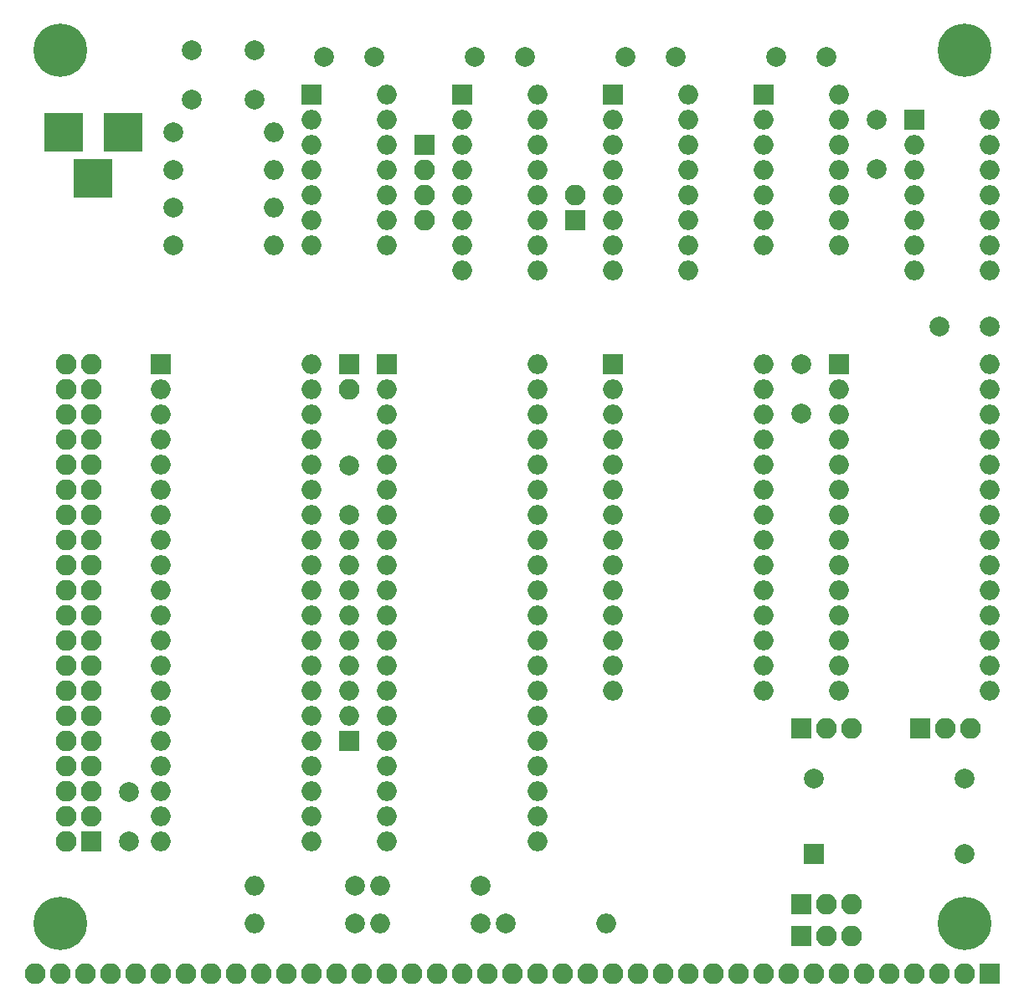
<source format=gbs>
G04 #@! TF.FileFunction,Soldermask,Bot*
%FSLAX46Y46*%
G04 Gerber Fmt 4.6, Leading zero omitted, Abs format (unit mm)*
G04 Created by KiCad (PCBNEW 4.0.7) date 10/14/19 14:39:32*
%MOMM*%
%LPD*%
G01*
G04 APERTURE LIST*
%ADD10C,0.100000*%
%ADD11R,2.000000X2.000000*%
%ADD12O,2.000000X2.000000*%
%ADD13R,2.100000X2.100000*%
%ADD14O,2.100000X2.100000*%
%ADD15R,3.900000X3.900000*%
%ADD16C,5.400000*%
%ADD17C,2.000000*%
G04 APERTURE END LIST*
D10*
D11*
X190500000Y-59055000D03*
D12*
X198120000Y-74295000D03*
X190500000Y-61595000D03*
X198120000Y-71755000D03*
X190500000Y-64135000D03*
X198120000Y-69215000D03*
X190500000Y-66675000D03*
X198120000Y-66675000D03*
X190500000Y-69215000D03*
X198120000Y-64135000D03*
X190500000Y-71755000D03*
X198120000Y-61595000D03*
X190500000Y-74295000D03*
X198120000Y-59055000D03*
D13*
X198120000Y-145415000D03*
D14*
X195580000Y-145415000D03*
X193040000Y-145415000D03*
X190500000Y-145415000D03*
X187960000Y-145415000D03*
X185420000Y-145415000D03*
X182880000Y-145415000D03*
X180340000Y-145415000D03*
X177800000Y-145415000D03*
X175260000Y-145415000D03*
X172720000Y-145415000D03*
X170180000Y-145415000D03*
X167640000Y-145415000D03*
X165100000Y-145415000D03*
X162560000Y-145415000D03*
X160020000Y-145415000D03*
X157480000Y-145415000D03*
X154940000Y-145415000D03*
X152400000Y-145415000D03*
X149860000Y-145415000D03*
X147320000Y-145415000D03*
X144780000Y-145415000D03*
X142240000Y-145415000D03*
X139700000Y-145415000D03*
X137160000Y-145415000D03*
X134620000Y-145415000D03*
X132080000Y-145415000D03*
X129540000Y-145415000D03*
X127000000Y-145415000D03*
X124460000Y-145415000D03*
X121920000Y-145415000D03*
X119380000Y-145415000D03*
X116840000Y-145415000D03*
X114300000Y-145415000D03*
X111760000Y-145415000D03*
X109220000Y-145415000D03*
X106680000Y-145415000D03*
X104140000Y-145415000D03*
X101600000Y-145415000D03*
D13*
X107315000Y-132080000D03*
D14*
X104775000Y-132080000D03*
X107315000Y-129540000D03*
X104775000Y-129540000D03*
X107315000Y-127000000D03*
X104775000Y-127000000D03*
X107315000Y-124460000D03*
X104775000Y-124460000D03*
X107315000Y-121920000D03*
X104775000Y-121920000D03*
X107315000Y-119380000D03*
X104775000Y-119380000D03*
X107315000Y-116840000D03*
X104775000Y-116840000D03*
X107315000Y-114300000D03*
X104775000Y-114300000D03*
X107315000Y-111760000D03*
X104775000Y-111760000D03*
X107315000Y-109220000D03*
X104775000Y-109220000D03*
X107315000Y-106680000D03*
X104775000Y-106680000D03*
X107315000Y-104140000D03*
X104775000Y-104140000D03*
X107315000Y-101600000D03*
X104775000Y-101600000D03*
X107315000Y-99060000D03*
X104775000Y-99060000D03*
X107315000Y-96520000D03*
X104775000Y-96520000D03*
X107315000Y-93980000D03*
X104775000Y-93980000D03*
X107315000Y-91440000D03*
X104775000Y-91440000D03*
X107315000Y-88900000D03*
X104775000Y-88900000D03*
X107315000Y-86360000D03*
X104775000Y-86360000D03*
X107315000Y-83820000D03*
X104775000Y-83820000D03*
D15*
X110490000Y-60325000D03*
X104490000Y-60325000D03*
X107490000Y-65025000D03*
D16*
X104140000Y-140335000D03*
X195580000Y-140335000D03*
X195580000Y-52070000D03*
X104140000Y-52070000D03*
D17*
X133350000Y-99060000D03*
X133350000Y-94060000D03*
X179070000Y-83820000D03*
X179070000Y-88820000D03*
X198120000Y-80010000D03*
X193120000Y-80010000D03*
X111125000Y-132080000D03*
X111125000Y-127080000D03*
X181610000Y-52705000D03*
X176610000Y-52705000D03*
X135890000Y-52705000D03*
X130890000Y-52705000D03*
X151130000Y-52705000D03*
X146130000Y-52705000D03*
X166370000Y-52705000D03*
X161370000Y-52705000D03*
X186690000Y-59055000D03*
X186690000Y-64055000D03*
X123825000Y-52070000D03*
X123825000Y-57070000D03*
X117475000Y-52070000D03*
X117475000Y-57070000D03*
D13*
X133350000Y-83820000D03*
D14*
X133350000Y-86360000D03*
D13*
X156210000Y-69215000D03*
D14*
X156210000Y-66675000D03*
D17*
X133985000Y-140335000D03*
D12*
X123825000Y-140335000D03*
D17*
X146685000Y-140335000D03*
D12*
X136525000Y-140335000D03*
D17*
X133985000Y-136525000D03*
D12*
X123825000Y-136525000D03*
D17*
X146685000Y-136525000D03*
D12*
X136525000Y-136525000D03*
D17*
X149225000Y-140335000D03*
D12*
X159385000Y-140335000D03*
D17*
X115570000Y-67945000D03*
D12*
X125730000Y-67945000D03*
D17*
X115570000Y-64135000D03*
D12*
X125730000Y-64135000D03*
D17*
X115570000Y-71755000D03*
D12*
X125730000Y-71755000D03*
D17*
X115570000Y-60325000D03*
D12*
X125730000Y-60325000D03*
D11*
X137160000Y-83820000D03*
D12*
X152400000Y-132080000D03*
X137160000Y-86360000D03*
X152400000Y-129540000D03*
X137160000Y-88900000D03*
X152400000Y-127000000D03*
X137160000Y-91440000D03*
X152400000Y-124460000D03*
X137160000Y-93980000D03*
X152400000Y-121920000D03*
X137160000Y-96520000D03*
X152400000Y-119380000D03*
X137160000Y-99060000D03*
X152400000Y-116840000D03*
X137160000Y-101600000D03*
X152400000Y-114300000D03*
X137160000Y-104140000D03*
X152400000Y-111760000D03*
X137160000Y-106680000D03*
X152400000Y-109220000D03*
X137160000Y-109220000D03*
X152400000Y-106680000D03*
X137160000Y-111760000D03*
X152400000Y-104140000D03*
X137160000Y-114300000D03*
X152400000Y-101600000D03*
X137160000Y-116840000D03*
X152400000Y-99060000D03*
X137160000Y-119380000D03*
X152400000Y-96520000D03*
X137160000Y-121920000D03*
X152400000Y-93980000D03*
X137160000Y-124460000D03*
X152400000Y-91440000D03*
X137160000Y-127000000D03*
X152400000Y-88900000D03*
X137160000Y-129540000D03*
X152400000Y-86360000D03*
X137160000Y-132080000D03*
X152400000Y-83820000D03*
D11*
X114300000Y-83820000D03*
D12*
X129540000Y-132080000D03*
X114300000Y-86360000D03*
X129540000Y-129540000D03*
X114300000Y-88900000D03*
X129540000Y-127000000D03*
X114300000Y-91440000D03*
X129540000Y-124460000D03*
X114300000Y-93980000D03*
X129540000Y-121920000D03*
X114300000Y-96520000D03*
X129540000Y-119380000D03*
X114300000Y-99060000D03*
X129540000Y-116840000D03*
X114300000Y-101600000D03*
X129540000Y-114300000D03*
X114300000Y-104140000D03*
X129540000Y-111760000D03*
X114300000Y-106680000D03*
X129540000Y-109220000D03*
X114300000Y-109220000D03*
X129540000Y-106680000D03*
X114300000Y-111760000D03*
X129540000Y-104140000D03*
X114300000Y-114300000D03*
X129540000Y-101600000D03*
X114300000Y-116840000D03*
X129540000Y-99060000D03*
X114300000Y-119380000D03*
X129540000Y-96520000D03*
X114300000Y-121920000D03*
X129540000Y-93980000D03*
X114300000Y-124460000D03*
X129540000Y-91440000D03*
X114300000Y-127000000D03*
X129540000Y-88900000D03*
X114300000Y-129540000D03*
X129540000Y-86360000D03*
X114300000Y-132080000D03*
X129540000Y-83820000D03*
D11*
X175260000Y-56515000D03*
D12*
X182880000Y-71755000D03*
X175260000Y-59055000D03*
X182880000Y-69215000D03*
X175260000Y-61595000D03*
X182880000Y-66675000D03*
X175260000Y-64135000D03*
X182880000Y-64135000D03*
X175260000Y-66675000D03*
X182880000Y-61595000D03*
X175260000Y-69215000D03*
X182880000Y-59055000D03*
X175260000Y-71755000D03*
X182880000Y-56515000D03*
D11*
X129540000Y-56515000D03*
D12*
X137160000Y-71755000D03*
X129540000Y-59055000D03*
X137160000Y-69215000D03*
X129540000Y-61595000D03*
X137160000Y-66675000D03*
X129540000Y-64135000D03*
X137160000Y-64135000D03*
X129540000Y-66675000D03*
X137160000Y-61595000D03*
X129540000Y-69215000D03*
X137160000Y-59055000D03*
X129540000Y-71755000D03*
X137160000Y-56515000D03*
D11*
X144780000Y-56515000D03*
D12*
X152400000Y-74295000D03*
X144780000Y-59055000D03*
X152400000Y-71755000D03*
X144780000Y-61595000D03*
X152400000Y-69215000D03*
X144780000Y-64135000D03*
X152400000Y-66675000D03*
X144780000Y-66675000D03*
X152400000Y-64135000D03*
X144780000Y-69215000D03*
X152400000Y-61595000D03*
X144780000Y-71755000D03*
X152400000Y-59055000D03*
X144780000Y-74295000D03*
X152400000Y-56515000D03*
D11*
X160020000Y-56515000D03*
D12*
X167640000Y-74295000D03*
X160020000Y-59055000D03*
X167640000Y-71755000D03*
X160020000Y-61595000D03*
X167640000Y-69215000D03*
X160020000Y-64135000D03*
X167640000Y-66675000D03*
X160020000Y-66675000D03*
X167640000Y-64135000D03*
X160020000Y-69215000D03*
X167640000Y-61595000D03*
X160020000Y-71755000D03*
X167640000Y-59055000D03*
X160020000Y-74295000D03*
X167640000Y-56515000D03*
D11*
X180340000Y-133350000D03*
D17*
X180340000Y-125730000D03*
X195580000Y-125730000D03*
X195580000Y-133350000D03*
D11*
X160020000Y-83820000D03*
D12*
X175260000Y-116840000D03*
X160020000Y-86360000D03*
X175260000Y-114300000D03*
X160020000Y-88900000D03*
X175260000Y-111760000D03*
X160020000Y-91440000D03*
X175260000Y-109220000D03*
X160020000Y-93980000D03*
X175260000Y-106680000D03*
X160020000Y-96520000D03*
X175260000Y-104140000D03*
X160020000Y-99060000D03*
X175260000Y-101600000D03*
X160020000Y-101600000D03*
X175260000Y-99060000D03*
X160020000Y-104140000D03*
X175260000Y-96520000D03*
X160020000Y-106680000D03*
X175260000Y-93980000D03*
X160020000Y-109220000D03*
X175260000Y-91440000D03*
X160020000Y-111760000D03*
X175260000Y-88900000D03*
X160020000Y-114300000D03*
X175260000Y-86360000D03*
X160020000Y-116840000D03*
X175260000Y-83820000D03*
D11*
X182880000Y-83820000D03*
D12*
X198120000Y-116840000D03*
X182880000Y-86360000D03*
X198120000Y-114300000D03*
X182880000Y-88900000D03*
X198120000Y-111760000D03*
X182880000Y-91440000D03*
X198120000Y-109220000D03*
X182880000Y-93980000D03*
X198120000Y-106680000D03*
X182880000Y-96520000D03*
X198120000Y-104140000D03*
X182880000Y-99060000D03*
X198120000Y-101600000D03*
X182880000Y-101600000D03*
X198120000Y-99060000D03*
X182880000Y-104140000D03*
X198120000Y-96520000D03*
X182880000Y-106680000D03*
X198120000Y-93980000D03*
X182880000Y-109220000D03*
X198120000Y-91440000D03*
X182880000Y-111760000D03*
X198120000Y-88900000D03*
X182880000Y-114300000D03*
X198120000Y-86360000D03*
X182880000Y-116840000D03*
X198120000Y-83820000D03*
D11*
X133350000Y-121920000D03*
D12*
X133350000Y-119380000D03*
X133350000Y-116840000D03*
X133350000Y-114300000D03*
X133350000Y-111760000D03*
X133350000Y-109220000D03*
X133350000Y-106680000D03*
X133350000Y-104140000D03*
X133350000Y-101600000D03*
D13*
X179070000Y-138430000D03*
D14*
X181610000Y-138430000D03*
X184150000Y-138430000D03*
D13*
X179070000Y-141605000D03*
D14*
X181610000Y-141605000D03*
X184150000Y-141605000D03*
D13*
X179070000Y-120650000D03*
D14*
X181610000Y-120650000D03*
X184150000Y-120650000D03*
D13*
X191135000Y-120650000D03*
D14*
X193675000Y-120650000D03*
X196215000Y-120650000D03*
D13*
X140970000Y-61595000D03*
D14*
X140970000Y-64135000D03*
X140970000Y-66675000D03*
X140970000Y-69215000D03*
M02*

</source>
